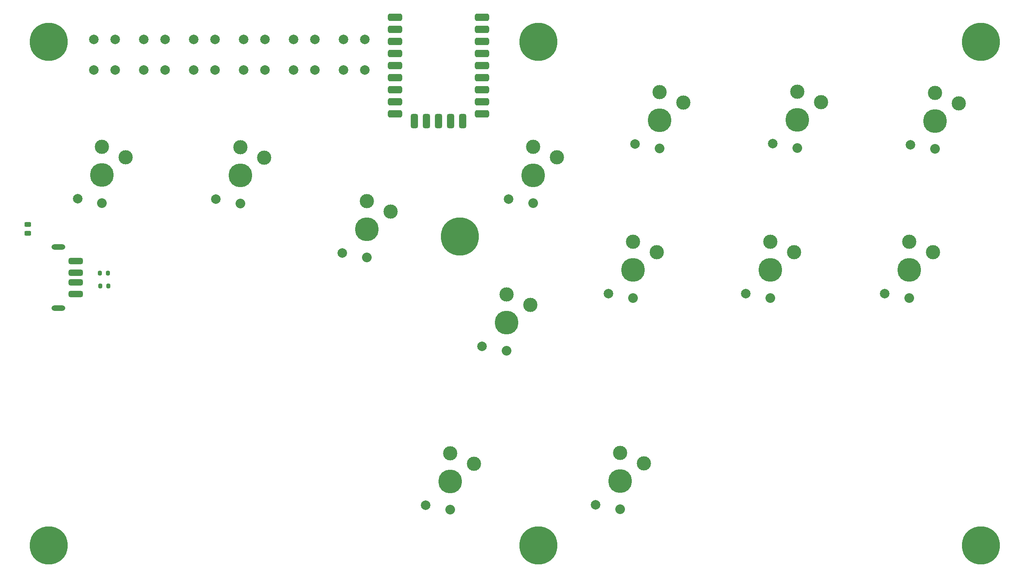
<source format=gbr>
%TF.GenerationSoftware,KiCad,Pcbnew,7.0.6*%
%TF.CreationDate,2024-02-01T15:41:42-05:00*%
%TF.ProjectId,Kolbebox_USB_Passthrough,4b6f6c62-6562-46f7-985f-5553425f5061,rev?*%
%TF.SameCoordinates,Original*%
%TF.FileFunction,Soldermask,Top*%
%TF.FilePolarity,Negative*%
%FSLAX46Y46*%
G04 Gerber Fmt 4.6, Leading zero omitted, Abs format (unit mm)*
G04 Created by KiCad (PCBNEW 7.0.6) date 2024-02-01 15:41:42*
%MOMM*%
%LPD*%
G01*
G04 APERTURE LIST*
G04 Aperture macros list*
%AMRoundRect*
0 Rectangle with rounded corners*
0 $1 Rounding radius*
0 $2 $3 $4 $5 $6 $7 $8 $9 X,Y pos of 4 corners*
0 Add a 4 corners polygon primitive as box body*
4,1,4,$2,$3,$4,$5,$6,$7,$8,$9,$2,$3,0*
0 Add four circle primitives for the rounded corners*
1,1,$1+$1,$2,$3*
1,1,$1+$1,$4,$5*
1,1,$1+$1,$6,$7*
1,1,$1+$1,$8,$9*
0 Add four rect primitives between the rounded corners*
20,1,$1+$1,$2,$3,$4,$5,0*
20,1,$1+$1,$4,$5,$6,$7,0*
20,1,$1+$1,$6,$7,$8,$9,0*
20,1,$1+$1,$8,$9,$2,$3,0*%
G04 Aperture macros list end*
%ADD10C,2.000000*%
%ADD11C,3.000000*%
%ADD12C,5.000000*%
%ADD13C,2.032000*%
%ADD14C,8.000000*%
%ADD15RoundRect,0.381000X1.119000X0.381000X-1.119000X0.381000X-1.119000X-0.381000X1.119000X-0.381000X0*%
%ADD16RoundRect,0.381000X-0.381000X1.119000X-0.381000X-1.119000X0.381000X-1.119000X0.381000X1.119000X0*%
%ADD17RoundRect,0.381000X0.381000X-1.119000X0.381000X1.119000X-0.381000X1.119000X-0.381000X-1.119000X0*%
%ADD18RoundRect,0.325000X-1.175000X0.325000X-1.175000X-0.325000X1.175000X-0.325000X1.175000X0.325000X0*%
%ADD19O,2.900000X1.200000*%
%ADD20RoundRect,0.243750X-0.456250X0.243750X-0.456250X-0.243750X0.456250X-0.243750X0.456250X0.243750X0*%
%ADD21RoundRect,0.200000X0.200000X0.275000X-0.200000X0.275000X-0.200000X-0.275000X0.200000X-0.275000X0*%
G04 APERTURE END LIST*
D10*
%TO.C,Down/Pin 11*%
X82170000Y-70170000D03*
D11*
X87320000Y-59220000D03*
D12*
X87320000Y-65170000D03*
D11*
X92320000Y-61420000D03*
D13*
X87320000Y-71070000D03*
%TD*%
D10*
%TO.C,Right/Pin 10*%
X108770000Y-81520000D03*
D11*
X113920000Y-70570000D03*
D12*
X113920000Y-76520000D03*
D11*
X118920000Y-72770000D03*
D13*
X113920000Y-82420000D03*
%TD*%
D10*
%TO.C,Up/Pin 9*%
X126280000Y-134570000D03*
D11*
X131430000Y-123620000D03*
D12*
X131430000Y-129570000D03*
D11*
X136430000Y-125820000D03*
D13*
X131430000Y-135470000D03*
%TD*%
D10*
%TO.C,Square/Pin 7*%
X143710000Y-70110000D03*
D11*
X148860000Y-59160000D03*
D12*
X148860000Y-65110000D03*
D11*
X153860000Y-61360000D03*
D13*
X148860000Y-71010000D03*
%TD*%
D10*
%TO.C,Triangle/Pin 5*%
X170270000Y-58580000D03*
D11*
X175420000Y-47630000D03*
D12*
X175420000Y-53580000D03*
D11*
X180420000Y-49830000D03*
D13*
X175420000Y-59480000D03*
%TD*%
D10*
%TO.C,R1/Pin 2*%
X199240000Y-58460000D03*
D11*
X204390000Y-47510000D03*
D12*
X204390000Y-53460000D03*
D11*
X209390000Y-49710000D03*
D13*
X204390000Y-59360000D03*
%TD*%
D10*
%TO.C,L1/Pin 0*%
X228210000Y-58700000D03*
D11*
X233360000Y-47750000D03*
D12*
X233360000Y-53700000D03*
D11*
X238360000Y-49950000D03*
D13*
X233360000Y-59600000D03*
%TD*%
D10*
%TO.C,Cross/Pin 8*%
X138100000Y-101150000D03*
D11*
X143250000Y-90200000D03*
D12*
X143250000Y-96150000D03*
D11*
X148250000Y-92400000D03*
D13*
X143250000Y-102050000D03*
%TD*%
D10*
%TO.C,Circle/Pin 6*%
X164710000Y-90040000D03*
D11*
X169860000Y-79090000D03*
D12*
X169860000Y-85040000D03*
D11*
X174860000Y-81290000D03*
D13*
X169860000Y-90940000D03*
%TD*%
D10*
%TO.C,R2/Pin 3*%
X193560000Y-90040000D03*
D11*
X198710000Y-79090000D03*
D12*
X198710000Y-85040000D03*
D11*
X203710000Y-81290000D03*
D13*
X198710000Y-90940000D03*
%TD*%
D10*
%TO.C,L2/Pin 1*%
X222770000Y-90040000D03*
D11*
X227920000Y-79090000D03*
D12*
X227920000Y-85040000D03*
D11*
X232920000Y-81290000D03*
D13*
X227920000Y-90940000D03*
%TD*%
D14*
%TO.C,H1*%
X47000000Y-37000000D03*
%TD*%
%TO.C,H4*%
X47000000Y-143000000D03*
%TD*%
%TO.C,H6*%
X243000000Y-143000000D03*
%TD*%
%TO.C,H3*%
X243000000Y-37000000D03*
%TD*%
D10*
%TO.C,Left/Pin 12*%
X53075000Y-70050000D03*
D11*
X58225000Y-59100000D03*
D12*
X58225000Y-65050000D03*
D11*
X63225000Y-61300000D03*
D13*
X58225000Y-70950000D03*
%TD*%
D14*
%TO.C,H2*%
X150000000Y-37000000D03*
%TD*%
D10*
%TO.C,SW26*%
X88000000Y-43000000D03*
X88000000Y-36500000D03*
X92500000Y-43000000D03*
X92500000Y-36500000D03*
%TD*%
%TO.C,SW14*%
X67000000Y-43000000D03*
X67000000Y-36500000D03*
X71500000Y-43000000D03*
X71500000Y-36500000D03*
%TD*%
%TO.C,SW27*%
X98500000Y-43000000D03*
X98500000Y-36500000D03*
X103000000Y-43000000D03*
X103000000Y-36500000D03*
%TD*%
%TO.C,SW13*%
X56500000Y-43000000D03*
X56500000Y-36500000D03*
X61000000Y-43000000D03*
X61000000Y-36500000D03*
%TD*%
%TO.C,SW15*%
X77500000Y-43000000D03*
X77500000Y-36500000D03*
X82000000Y-43000000D03*
X82000000Y-36500000D03*
%TD*%
%TO.C,SW28*%
X109000000Y-43000000D03*
X109000000Y-36500000D03*
X113500000Y-43000000D03*
X113500000Y-36500000D03*
%TD*%
D14*
%TO.C,H7*%
X133500000Y-78000000D03*
%TD*%
%TO.C,H5*%
X150000000Y-143000000D03*
%TD*%
D15*
%TO.C,A1*%
X138160000Y-31840000D03*
X138160000Y-34380000D03*
X138160000Y-36920000D03*
X138160000Y-39460000D03*
X138160000Y-42000000D03*
X138160000Y-44540000D03*
X138160000Y-47080000D03*
X138160000Y-49620000D03*
X138160000Y-52160000D03*
D16*
X134080000Y-53700000D03*
X131540000Y-53700000D03*
X129000000Y-53700000D03*
X126460000Y-53700000D03*
D17*
X123920000Y-53700000D03*
D15*
X119840000Y-52160000D03*
X119840000Y-49620000D03*
X119840000Y-47080000D03*
X119840000Y-44540000D03*
X119840000Y-42000000D03*
X119840000Y-39460000D03*
X119840000Y-36920000D03*
X119840000Y-34380000D03*
X119840000Y-31840000D03*
%TD*%
D18*
%TO.C,USB Passthrough*%
X52710000Y-83160000D03*
X52710000Y-85660000D03*
X52710000Y-87660000D03*
X52710000Y-90160000D03*
D19*
X49010000Y-80260000D03*
X49010000Y-93060000D03*
%TD*%
D20*
%TO.C,F1*%
X42600000Y-75500000D03*
X42600000Y-77375000D03*
%TD*%
D21*
%TO.C,Re2*%
X59432500Y-85760000D03*
X57782500Y-85760000D03*
%TD*%
D10*
%TO.C,R3/Pin 4*%
X162011554Y-134505918D03*
D11*
X167161554Y-123555918D03*
D12*
X167161554Y-129505918D03*
D11*
X172161554Y-125755918D03*
D13*
X167161554Y-135405918D03*
%TD*%
D21*
%TO.C,Re1*%
X59505000Y-88450000D03*
X57855000Y-88450000D03*
%TD*%
M02*

</source>
